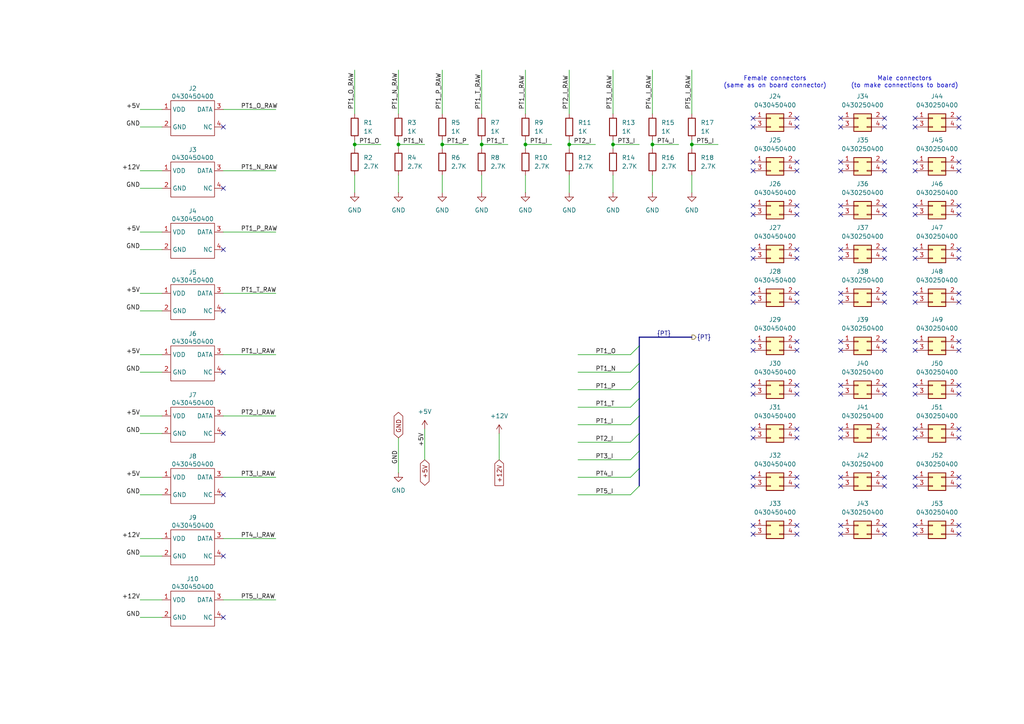
<source format=kicad_sch>
(kicad_sch (version 20231120) (generator "eeschema") (generator_version "8.0")
  (paper "A4")
  (bus_alias "PT" (members "PT1_O" "PT1_N" "PT2_N" "PT1_P" "PT1_T" "PT1_I" "PT2_I" "PT3_I" "PT4_I" "PT5_I"))
  (junction (at 177.8 41.91))
  (junction (at 128.27 41.91))
  (junction (at 115.57 41.91))
  (junction (at 152.4 41.91))
  (junction (at 189.23 41.91))
  (junction (at 102.87 41.91))
  (junction (at 200.66 41.91))
  (junction (at 139.7 41.91))
  (junction (at 165.1 41.91))
  (no_connect (at 231.14 152.4))
  (no_connect (at 256.54 46.99))
  (no_connect (at 243.84 62.23))
  (no_connect (at 265.43 154.94))
  (no_connect (at 218.44 62.23))
  (no_connect (at 218.44 114.3))
  (no_connect (at 243.84 140.97))
  (no_connect (at 278.13 152.4))
  (no_connect (at 265.43 152.4))
  (no_connect (at 256.54 124.46))
  (no_connect (at 243.84 59.69))
  (no_connect (at 218.44 140.97))
  (no_connect (at 231.14 138.43))
  (no_connect (at 231.14 114.3))
  (no_connect (at 218.44 46.99))
  (no_connect (at 231.14 124.46))
  (no_connect (at 218.44 152.4))
  (no_connect (at 265.43 85.09))
  (no_connect (at 218.44 127))
  (no_connect (at 265.43 101.6))
  (no_connect (at 265.43 46.99))
  (no_connect (at 265.43 34.29))
  (no_connect (at 256.54 154.94))
  (no_connect (at 265.43 138.43))
  (no_connect (at 64.77 54.61))
  (no_connect (at 218.44 87.63))
  (no_connect (at 243.84 154.94))
  (no_connect (at 218.44 49.53))
  (no_connect (at 231.14 46.99))
  (no_connect (at 256.54 62.23))
  (no_connect (at 218.44 72.39))
  (no_connect (at 278.13 111.76))
  (no_connect (at 243.84 127))
  (no_connect (at 278.13 85.09))
  (no_connect (at 256.54 127))
  (no_connect (at 231.14 140.97))
  (no_connect (at 231.14 154.94))
  (no_connect (at 265.43 36.83))
  (no_connect (at 243.84 152.4))
  (no_connect (at 64.77 179.07))
  (no_connect (at 231.14 74.93))
  (no_connect (at 265.43 62.23))
  (no_connect (at 278.13 124.46))
  (no_connect (at 231.14 111.76))
  (no_connect (at 256.54 114.3))
  (no_connect (at 265.43 72.39))
  (no_connect (at 231.14 127))
  (no_connect (at 278.13 46.99))
  (no_connect (at 256.54 99.06))
  (no_connect (at 231.14 87.63))
  (no_connect (at 265.43 87.63))
  (no_connect (at 278.13 74.93))
  (no_connect (at 256.54 138.43))
  (no_connect (at 243.84 49.53))
  (no_connect (at 243.84 138.43))
  (no_connect (at 256.54 152.4))
  (no_connect (at 231.14 59.69))
  (no_connect (at 243.84 85.09))
  (no_connect (at 256.54 59.69))
  (no_connect (at 256.54 34.29))
  (no_connect (at 278.13 87.63))
  (no_connect (at 218.44 124.46))
  (no_connect (at 231.14 49.53))
  (no_connect (at 265.43 114.3))
  (no_connect (at 218.44 138.43))
  (no_connect (at 243.84 72.39))
  (no_connect (at 231.14 101.6))
  (no_connect (at 243.84 46.99))
  (no_connect (at 231.14 34.29))
  (no_connect (at 278.13 59.69))
  (no_connect (at 218.44 99.06))
  (no_connect (at 218.44 101.6))
  (no_connect (at 256.54 36.83))
  (no_connect (at 256.54 72.39))
  (no_connect (at 218.44 74.93))
  (no_connect (at 218.44 154.94))
  (no_connect (at 218.44 36.83))
  (no_connect (at 278.13 138.43))
  (no_connect (at 243.84 36.83))
  (no_connect (at 218.44 34.29))
  (no_connect (at 218.44 111.76))
  (no_connect (at 218.44 85.09))
  (no_connect (at 278.13 34.29))
  (no_connect (at 278.13 154.94))
  (no_connect (at 64.77 90.17))
  (no_connect (at 265.43 140.97))
  (no_connect (at 265.43 124.46))
  (no_connect (at 278.13 62.23))
  (no_connect (at 278.13 101.6))
  (no_connect (at 256.54 74.93))
  (no_connect (at 64.77 143.51))
  (no_connect (at 243.84 34.29))
  (no_connect (at 265.43 111.76))
  (no_connect (at 243.84 114.3))
  (no_connect (at 243.84 74.93))
  (no_connect (at 265.43 49.53))
  (no_connect (at 278.13 49.53))
  (no_connect (at 256.54 87.63))
  (no_connect (at 278.13 127))
  (no_connect (at 278.13 72.39))
  (no_connect (at 256.54 49.53))
  (no_connect (at 243.84 101.6))
  (no_connect (at 64.77 36.83))
  (no_connect (at 243.84 111.76))
  (no_connect (at 243.84 124.46))
  (no_connect (at 231.14 99.06))
  (no_connect (at 256.54 85.09))
  (no_connect (at 265.43 74.93))
  (no_connect (at 243.84 99.06))
  (no_connect (at 256.54 111.76))
  (no_connect (at 265.43 59.69))
  (no_connect (at 278.13 114.3))
  (no_connect (at 64.77 161.29))
  (no_connect (at 64.77 107.95))
  (no_connect (at 231.14 72.39))
  (no_connect (at 218.44 59.69))
  (no_connect (at 256.54 140.97))
  (no_connect (at 278.13 36.83))
  (no_connect (at 278.13 140.97))
  (no_connect (at 265.43 127))
  (no_connect (at 64.77 125.73))
  (no_connect (at 265.43 99.06))
  (no_connect (at 231.14 62.23))
  (no_connect (at 64.77 72.39))
  (no_connect (at 231.14 85.09))
  (no_connect (at 231.14 36.83))
  (no_connect (at 243.84 87.63))
  (no_connect (at 256.54 101.6))
  (no_connect (at 278.13 99.06))
  (bus_entry (at 182.88 143.51) (size 2.54 -2.54))
  (bus_entry (at 182.88 118.11) (size 2.54 -2.54))
  (bus_entry (at 182.88 138.43) (size 2.54 -2.54))
  (bus_entry (at 182.88 113.03) (size 2.54 -2.54))
  (bus_entry (at 182.88 128.27) (size 2.54 -2.54))
  (bus_entry (at 182.88 107.95) (size 2.54 -2.54))
  (bus_entry (at 182.88 133.35) (size 2.54 -2.54))
  (bus_entry (at 182.88 123.19) (size 2.54 -2.54))
  (bus_entry (at 182.88 102.87) (size 2.54 -2.54))
  (wire (pts (xy 167.64 102.87) (xy 182.88 102.87)))
  (wire (pts (xy 102.87 41.91) (xy 102.87 43.18)))
  (wire (pts (xy 128.27 20.32) (xy 128.27 33.02)))
  (bus (pts (xy 185.42 110.49) (xy 185.42 115.57)))
  (wire (pts (xy 165.1 40.64) (xy 165.1 41.91)))
  (wire (pts (xy 40.64 125.73) (xy 46.99 125.73)))
  (bus (pts (xy 185.42 97.79) (xy 200.66 97.79)))
  (wire (pts (xy 189.23 41.91) (xy 189.23 43.18)))
  (wire (pts (xy 64.77 156.21) (xy 80.01 156.21)))
  (wire (pts (xy 115.57 20.32) (xy 115.57 33.02)))
  (wire (pts (xy 152.4 40.64) (xy 152.4 41.91)))
  (wire (pts (xy 165.1 41.91) (xy 165.1 43.18)))
  (wire (pts (xy 167.64 133.35) (xy 182.88 133.35)))
  (wire (pts (xy 64.77 173.99) (xy 80.01 173.99)))
  (wire (pts (xy 177.8 40.64) (xy 177.8 41.91)))
  (wire (pts (xy 40.64 107.95) (xy 46.99 107.95)))
  (wire (pts (xy 40.64 143.51) (xy 46.99 143.51)))
  (wire (pts (xy 189.23 50.8) (xy 189.23 55.88)))
  (wire (pts (xy 64.77 31.75) (xy 80.01 31.75)))
  (wire (pts (xy 165.1 20.32) (xy 165.1 33.02)))
  (wire (pts (xy 40.64 54.61) (xy 46.99 54.61)))
  (bus (pts (xy 185.42 120.65) (xy 185.42 125.73)))
  (wire (pts (xy 102.87 20.32) (xy 102.87 33.02)))
  (wire (pts (xy 144.78 125.73) (xy 144.78 133.35)))
  (wire (pts (xy 177.8 20.32) (xy 177.8 33.02)))
  (wire (pts (xy 64.77 138.43) (xy 80.01 138.43)))
  (bus (pts (xy 185.42 135.89) (xy 185.42 130.81)))
  (bus (pts (xy 185.42 100.33) (xy 185.42 97.79)))
  (wire (pts (xy 152.4 50.8) (xy 152.4 55.88)))
  (wire (pts (xy 40.64 31.75) (xy 46.99 31.75)))
  (wire (pts (xy 177.8 41.91) (xy 185.42 41.91)))
  (bus (pts (xy 185.42 125.73) (xy 185.42 130.81)))
  (wire (pts (xy 165.1 41.91) (xy 172.72 41.91)))
  (wire (pts (xy 167.64 143.51) (xy 182.88 143.51)))
  (wire (pts (xy 189.23 20.32) (xy 189.23 33.02)))
  (wire (pts (xy 40.64 90.17) (xy 46.99 90.17)))
  (wire (pts (xy 40.64 173.99) (xy 46.99 173.99)))
  (wire (pts (xy 139.7 41.91) (xy 139.7 43.18)))
  (wire (pts (xy 152.4 41.91) (xy 160.02 41.91)))
  (wire (pts (xy 40.64 102.87) (xy 46.99 102.87)))
  (wire (pts (xy 123.19 133.35) (xy 123.19 124.46)))
  (wire (pts (xy 200.66 41.91) (xy 208.28 41.91)))
  (wire (pts (xy 128.27 41.91) (xy 135.89 41.91)))
  (wire (pts (xy 115.57 50.8) (xy 115.57 55.88)))
  (wire (pts (xy 64.77 102.87) (xy 80.01 102.87)))
  (wire (pts (xy 177.8 50.8) (xy 177.8 55.88)))
  (wire (pts (xy 115.57 127) (xy 115.57 137.16)))
  (wire (pts (xy 139.7 50.8) (xy 139.7 55.88)))
  (bus (pts (xy 185.42 115.57) (xy 185.42 120.65)))
  (wire (pts (xy 64.77 67.31) (xy 80.01 67.31)))
  (bus (pts (xy 185.42 140.97) (xy 185.42 135.89)))
  (wire (pts (xy 64.77 85.09) (xy 80.01 85.09)))
  (wire (pts (xy 167.64 113.03) (xy 182.88 113.03)))
  (bus (pts (xy 185.42 105.41) (xy 185.42 110.49)))
  (wire (pts (xy 40.64 67.31) (xy 46.99 67.31)))
  (wire (pts (xy 128.27 41.91) (xy 128.27 43.18)))
  (wire (pts (xy 40.64 138.43) (xy 46.99 138.43)))
  (wire (pts (xy 200.66 20.32) (xy 200.66 33.02)))
  (wire (pts (xy 152.4 41.91) (xy 152.4 43.18)))
  (wire (pts (xy 128.27 40.64) (xy 128.27 41.91)))
  (wire (pts (xy 40.64 49.53) (xy 46.99 49.53)))
  (wire (pts (xy 177.8 41.91) (xy 177.8 43.18)))
  (wire (pts (xy 167.64 128.27) (xy 182.88 128.27)))
  (wire (pts (xy 139.7 20.32) (xy 139.7 33.02)))
  (wire (pts (xy 40.64 36.83) (xy 46.99 36.83)))
  (wire (pts (xy 167.64 118.11) (xy 182.88 118.11)))
  (wire (pts (xy 152.4 20.32) (xy 152.4 33.02)))
  (wire (pts (xy 115.57 41.91) (xy 115.57 43.18)))
  (wire (pts (xy 64.77 120.65) (xy 80.01 120.65)))
  (wire (pts (xy 139.7 41.91) (xy 147.32 41.91)))
  (wire (pts (xy 165.1 50.8) (xy 165.1 55.88)))
  (wire (pts (xy 40.64 120.65) (xy 46.99 120.65)))
  (wire (pts (xy 40.64 72.39) (xy 46.99 72.39)))
  (wire (pts (xy 167.64 138.43) (xy 182.88 138.43)))
  (wire (pts (xy 167.64 123.19) (xy 182.88 123.19)))
  (wire (pts (xy 139.7 40.64) (xy 139.7 41.91)))
  (wire (pts (xy 200.66 41.91) (xy 200.66 43.18)))
  (wire (pts (xy 40.64 161.29) (xy 46.99 161.29)))
  (wire (pts (xy 189.23 41.91) (xy 196.85 41.91)))
  (wire (pts (xy 115.57 41.91) (xy 123.19 41.91)))
  (wire (pts (xy 189.23 40.64) (xy 189.23 41.91)))
  (wire (pts (xy 64.77 49.53) (xy 80.01 49.53)))
  (wire (pts (xy 200.66 50.8) (xy 200.66 55.88)))
  (wire (pts (xy 40.64 156.21) (xy 46.99 156.21)))
  (wire (pts (xy 102.87 41.91) (xy 110.49 41.91)))
  (wire (pts (xy 40.64 85.09) (xy 46.99 85.09)))
  (wire (pts (xy 102.87 50.8) (xy 102.87 55.88)))
  (wire (pts (xy 200.66 40.64) (xy 200.66 41.91)))
  (bus (pts (xy 185.42 105.41) (xy 185.42 100.33)))
  (wire (pts (xy 167.64 107.95) (xy 182.88 107.95)))
  (wire (pts (xy 102.87 40.64) (xy 102.87 41.91)))
  (wire (pts (xy 115.57 40.64) (xy 115.57 41.91)))
  (wire (pts (xy 128.27 50.8) (xy 128.27 55.88)))
  (wire (pts (xy 40.64 179.07) (xy 46.99 179.07)))
  (text "Male connectors\n(to make connections to board)" (at 262.382 23.876 0) (effects (font (size 1.27 1.27))))
  (text "Female connectors\n(same as on board connector)" (at 224.79 23.876 0) (effects (font (size 1.27 1.27))))
  (label "PT1_I" (at 172.72 123.19 0))
  (label "PT1_I_RAW" (at 152.4 31.75 90))
  (label "+12V" (at 40.64 49.53 180))
  (label "{PT}" (at 190.5 97.79 0))
  (label "PT1_T" (at 140.97 41.91 0))
  (label "PT1_I" (at 153.67 41.91 0))
  (label "GND" (at 40.64 125.73 180))
  (label "PT1_T_RAW" (at 139.7 31.75 90))
  (label "PT1_N_RAW" (at 115.57 31.75 90))
  (label "PT1_P" (at 172.72 113.03 0))
  (label "PT2_I_RAW" (at 69.85 120.65 0))
  (label "+5V" (at 123.19 129.54 90))
  (label "PT4_I_RAW" (at 69.85 156.21 0))
  (label "GND" (at 40.64 90.17 180))
  (label "GND" (at 40.64 54.61 180))
  (label "PT3_I" (at 179.07 41.91 0))
  (label "PT4_I_RAW" (at 189.23 31.75 90))
  (label "PT1_O" (at 104.14 41.91 0))
  (label "+5V" (at 40.64 85.09 180))
  (label "GND" (at 40.64 107.95 180))
  (label "GND" (at 40.64 179.07 180))
  (label "+5V" (at 40.64 138.43 180))
  (label "GND" (at 40.64 36.83 180))
  (label "PT2_I" (at 166.37 41.91 0))
  (label "GND" (at 115.57 134.62 90))
  (label "PT1_T_RAW" (at 69.85 85.09 0))
  (label "PT5_I_RAW" (at 200.66 31.75 90))
  (label "PT1_O_RAW" (at 102.87 31.75 90))
  (label "+5V" (at 40.64 102.87 180))
  (label "+5V" (at 40.64 31.75 180))
  (label "PT2_I" (at 172.72 128.27 0))
  (label "PT2_I_RAW" (at 165.1 31.75 90))
  (label "PT1_N_RAW" (at 69.85 49.53 0))
  (label "PT1_T" (at 172.72 118.11 0))
  (label "PT1_P" (at 129.54 41.91 0))
  (label "PT4_I" (at 172.72 138.43 0))
  (label "+12V" (at 40.64 156.21 180))
  (label "PT5_I_RAW" (at 69.85 173.99 0))
  (label "PT1_P_RAW" (at 128.27 31.75 90))
  (label "PT3_I_RAW" (at 177.8 31.75 90))
  (label "PT1_P_RAW" (at 69.85 67.31 0))
  (label "PT1_O" (at 172.72 102.87 0))
  (label "+5V" (at 40.64 67.31 180))
  (label "GND" (at 40.64 143.51 180))
  (label "+12V" (at 40.64 173.99 180))
  (label "PT1_N" (at 116.84 41.91 0))
  (label "PT3_I_RAW" (at 69.85 138.43 0))
  (label "PT5_I" (at 172.72 143.51 0))
  (label "PT1_I_RAW" (at 69.85 102.87 0))
  (label "PT1_O_RAW" (at 69.85 31.75 0))
  (label "GND" (at 40.64 72.39 180))
  (label "PT1_N" (at 172.72 107.95 0))
  (label "PT5_I" (at 201.93 41.91 0))
  (label "GND" (at 40.64 161.29 180))
  (label "PT4_I" (at 190.5 41.91 0))
  (label "+5V" (at 40.64 120.65 180))
  (label "PT3_I" (at 172.72 133.35 0))
  (global_label "+12V" (shape input) (at 144.78 133.35 270) (property "Intersheetrefs" "${INTERSHEET_REFS}" (effects (hide yes))))
  (global_label "+5V" (shape bidirectional) (at 123.19 133.35 270) (property "Intersheetrefs" "${INTERSHEET_REFS}" (effects (hide yes))))
  (global_label "GND" (shape bidirectional) (at 115.57 127 90) (property "Intersheetrefs" "${INTERSHEET_REFS}" (effects (hide yes))))
  (hierarchical_label "{PT}" (shape output) (at 200.66 97.79 0))
  (symbol (lib_id "Connector_Generic:Conn_02x02_Odd_Even") (at 270.51 152.4 0) (unit 1) (on_board no)
    (property "Reference" "J53" (at 271.78 146.05 0))
    (property "Value" "0430250400" (at 271.78 148.59 0))
    (property "Datasheet" "https://tools.molex.com/pdm_docs/ps/PS-43045.pdf" (effects (hide yes)))
    (property "Description" "4 Rectangular Connectors - Housings Receptacle Black 0.118\" (3.00mm)" (effects (hide yes)))
    (property "Manufacturer" "Molex" (effects (hide yes)))
    (property "Manufacturer Part #" "0430250400" (effects (hide yes)))
    (property "Supplier" "Digikey" (effects (hide yes)))
    (property "Supplier Part #" "WM1784-ND" (effects (hide yes)))
    (property "Unit Cost" "0.39" (effects (hide yes)))
    (property "Cost @ Qty" "0.334" (effects (hide yes)))
  )
  (symbol (lib_id "hb_symbol_lib:pressure_transducer") (at 55.88 52.07 0) (unit 1)
    (property "Reference" "J3" (at 55.88 43.434 0))
    (property "Value" "0430450400" (at 55.88 45.72 0))
    (property "Footprint" "hb_footprint_lib:CONN_SD-43045-001_04_MOL" (effects (hide yes)))
    (property "Datasheet" "https://tools.molex.com/pdm_docs/ps/PS-43045.pdf" (effects (hide yes)))
    (property "Description" "Connector Header Through Hole, Right Angle 4 position 0.118\" (3.00mm)" (effects (hide yes)))
    (property "Manufacturer" "Molex" (effects (hide yes)))
    (property "Manufacturer Part #" "0430450400" (effects (hide yes)))
    (property "Supplier" "Digikey" (effects (hide yes)))
    (property "Supplier Part #" "WM1814-ND" (effects (hide yes)))
    (property "Unit Cost" "1.42" (effects (hide yes)))
    (property "Cost @ Qty" "1.207" (effects (hide yes)))
  )
  (symbol (lib_id "hb_symbol_lib:pressure_transducer") (at 55.88 105.41 0) (unit 1)
    (property "Reference" "J6" (at 55.88 96.774 0))
    (property "Value" "0430450400" (at 55.88 99.06 0))
    (property "Footprint" "hb_footprint_lib:CONN_SD-43045-001_04_MOL" (effects (hide yes)))
    (property "Datasheet" "https://tools.molex.com/pdm_docs/ps/PS-43045.pdf" (effects (hide yes)))
    (property "Description" "Connector Header Through Hole, Right Angle 4 position 0.118\" (3.00mm)" (effects (hide yes)))
    (property "Manufacturer" "Molex" (effects (hide yes)))
    (property "Manufacturer Part #" "0430450400" (effects (hide yes)))
    (property "Supplier" "Digikey" (effects (hide yes)))
    (property "Supplier Part #" "WM1814-ND" (effects (hide yes)))
    (property "Unit Cost" "1.42" (effects (hide yes)))
    (property "Cost @ Qty" "1.207" (effects (hide yes)))
  )
  (symbol (lib_id "Device:R") (at 139.7 46.99 0) (unit 1)
    (property "Reference" "R8" (at 142.24 45.7199 0) (effects (justify left)))
    (property "Value" "2.7K" (at 142.24 48.2599 0) (effects (justify left)))
    (property "Footprint" "Resistor_SMD:R_0805_2012Metric_Pad1.20x1.40mm_HandSolder" (effects (hide yes)))
    (property "Datasheet" "https://industrial.panasonic.com/cdbs/www-data/pdf/RDM0000/AOA0000C307.pdf" (effects (hide yes)))
    (property "Description" "2.7 kOhms ±5% 0.125W, 1/8W Chip Resistor 0805 (2012 Metric) Automotive AEC-Q200 Thick Film" (effects (hide yes)))
    (property "Manufacturer" "Panasonic Electronic Components" (effects (hide yes)))
    (property "Manufacturer Part #" "ERJ-6GEYJ272V" (effects (hide yes)))
    (property "Supplier" "Digikey" (effects (hide yes)))
    (property "Supplier Part #" "P2.7KACT-ND" (effects (hide yes)))
    (property "Unit Cost" "0.10" (effects (hide yes)))
    (property "Cost @ Qty" "0.042" (effects (hide yes)))
  )
  (symbol (lib_id "Connector_Generic:Conn_02x02_Odd_Even") (at 248.92 99.06 0) (unit 1) (on_board no)
    (property "Reference" "J39" (at 250.19 92.71 0))
    (property "Value" "0430250400" (at 250.19 95.25 0))
    (property "Datasheet" "https://tools.molex.com/pdm_docs/ps/PS-43045.pdf" (effects (hide yes)))
    (property "Description" "4 Rectangular Connectors - Housings Receptacle Black 0.118\" (3.00mm)" (effects (hide yes)))
    (property "Manufacturer" "Molex" (effects (hide yes)))
    (property "Manufacturer Part #" "0430250400" (effects (hide yes)))
    (property "Supplier" "Digikey" (effects (hide yes)))
    (property "Supplier Part #" "WM1784-ND" (effects (hide yes)))
    (property "Unit Cost" "0.39" (effects (hide yes)))
    (property "Cost @ Qty" "0.334" (effects (hide yes)))
  )
  (symbol (lib_id "Connector_Generic:Conn_02x02_Odd_Even") (at 248.92 124.46 0) (unit 1) (on_board no)
    (property "Reference" "J41" (at 250.19 118.11 0))
    (property "Value" "0430250400" (at 250.19 120.65 0))
    (property "Datasheet" "https://tools.molex.com/pdm_docs/ps/PS-43045.pdf" (effects (hide yes)))
    (property "Description" "4 Rectangular Connectors - Housings Receptacle Black 0.118\" (3.00mm)" (effects (hide yes)))
    (property "Manufacturer" "Molex" (effects (hide yes)))
    (property "Manufacturer Part #" "0430250400" (effects (hide yes)))
    (property "Supplier" "Digikey" (effects (hide yes)))
    (property "Supplier Part #" "WM1784-ND" (effects (hide yes)))
    (property "Unit Cost" "0.39" (effects (hide yes)))
    (property "Cost @ Qty" "0.334" (effects (hide yes)))
  )
  (symbol (lib_id "hb_symbol_lib:pressure_transducer") (at 55.88 34.29 0) (unit 1)
    (property "Reference" "J2" (at 55.88 25.654 0))
    (property "Value" "0430450400" (at 55.88 27.94 0))
    (property "Footprint" "hb_footprint_lib:CONN_SD-43045-001_04_MOL" (effects (hide yes)))
    (property "Datasheet" "https://tools.molex.com/pdm_docs/ps/PS-43045.pdf" (effects (hide yes)))
    (property "Description" "Connector Header Through Hole, Right Angle 4 position 0.118\" (3.00mm)" (effects (hide yes)))
    (property "Manufacturer" "Molex" (effects (hide yes)))
    (property "Manufacturer Part #" "0430450400" (effects (hide yes)))
    (property "Supplier" "Digikey" (effects (hide yes)))
    (property "Supplier Part #" "WM1814-ND" (effects (hide yes)))
    (property "Unit Cost" "1.42" (effects (hide yes)))
    (property "Cost @ Qty" "1.207" (effects (hide yes)))
  )
  (symbol (lib_id "Connector_Generic:Conn_02x02_Odd_Even") (at 223.52 138.43 0) (unit 1) (on_board no)
    (property "Reference" "J32" (at 224.79 132.08 0))
    (property "Value" "0430450400" (at 224.79 134.62 0))
    (property "Datasheet" "https://tools.molex.com/pdm_docs/ps/PS-43045.pdf" (effects (hide yes)))
    (property "Description" "Connector Header Through Hole, Right Angle 4 position 0.118\" (3.00mm)" (effects (hide yes)))
    (property "Manufacturer" "Molex" (effects (hide yes)))
    (property "Manufacturer Part #" "0430450400" (effects (hide yes)))
    (property "Supplier" "Digikey" (effects (hide yes)))
    (property "Supplier Part #" "WM1814-ND" (effects (hide yes)))
    (property "Unit Cost" "1.42" (effects (hide yes)))
    (property "Cost @ Qty" "1.207" (effects (hide yes)))
  )
  (symbol (lib_id "Connector_Generic:Conn_02x02_Odd_Even") (at 270.51 59.69 0) (unit 1) (on_board no)
    (property "Reference" "J46" (at 271.78 53.34 0))
    (property "Value" "0430250400" (at 271.78 55.88 0))
    (property "Datasheet" "https://tools.molex.com/pdm_docs/ps/PS-43045.pdf" (effects (hide yes)))
    (property "Description" "4 Rectangular Connectors - Housings Receptacle Black 0.118\" (3.00mm)" (effects (hide yes)))
    (property "Manufacturer" "Molex" (effects (hide yes)))
    (property "Manufacturer Part #" "0430250400" (effects (hide yes)))
    (property "Supplier" "Digikey" (effects (hide yes)))
    (property "Supplier Part #" "WM1784-ND" (effects (hide yes)))
    (property "Unit Cost" "0.39" (effects (hide yes)))
    (property "Cost @ Qty" "0.334" (effects (hide yes)))
  )
  (symbol (lib_id "Connector_Generic:Conn_02x02_Odd_Even") (at 248.92 59.69 0) (unit 1) (on_board no)
    (property "Reference" "J36" (at 250.19 53.34 0))
    (property "Value" "0430250400" (at 250.19 55.88 0))
    (property "Datasheet" "https://tools.molex.com/pdm_docs/ps/PS-43045.pdf" (effects (hide yes)))
    (property "Description" "4 Rectangular Connectors - Housings Receptacle Black 0.118\" (3.00mm)" (effects (hide yes)))
    (property "Manufacturer" "Molex" (effects (hide yes)))
    (property "Manufacturer Part #" "0430250400" (effects (hide yes)))
    (property "Supplier" "Digikey" (effects (hide yes)))
    (property "Supplier Part #" "WM1784-ND" (effects (hide yes)))
    (property "Unit Cost" "0.39" (effects (hide yes)))
    (property "Cost @ Qty" "0.334" (effects (hide yes)))
  )
  (symbol (lib_id "Device:R") (at 177.8 36.83 0) (unit 1)
    (property "Reference" "R13" (at 180.34 35.5599 0) (effects (justify left)))
    (property "Value" "1K" (at 180.34 38.0999 0) (effects (justify left)))
    (property "Footprint" "Resistor_SMD:R_0805_2012Metric_Pad1.20x1.40mm_HandSolder" (effects (hide yes)))
    (property "Datasheet" "https://industrial.panasonic.com/cdbs/www-data/pdf/RDM0000/AOA0000C307.pdf" (effects (hide yes)))
    (property "Description" "1 kOhms ±0.1% 0.125W, 1/8W Chip Resistor 0805 (2012 Metric) Automotive AEC-Q200 Thin Film" (effects (hide yes)))
    (property "Manufacturer" "Panasonic Electronic Components" (effects (hide yes)))
    (property "Manufacturer Part #" "ERA-6AEB102V" (effects (hide yes)))
    (property "Supplier" "Digikey" (effects (hide yes)))
    (property "Supplier Part #" "P1.0KDACT-ND" (effects (hide yes)))
    (property "Unit Cost" "0.10" (effects (hide yes)))
    (property "Cost @ Qty" "0.066" (effects (hide yes)))
  )
  (symbol (lib_id "hb_symbol_lib:pressure_transducer") (at 55.88 123.19 0) (unit 1)
    (property "Reference" "J7" (at 55.88 114.554 0))
    (property "Value" "0430450400" (at 55.88 116.84 0))
    (property "Footprint" "hb_footprint_lib:CONN_SD-43045-001_04_MOL" (effects (hide yes)))
    (property "Datasheet" "https://tools.molex.com/pdm_docs/ps/PS-43045.pdf" (effects (hide yes)))
    (property "Description" "Connector Header Through Hole, Right Angle 4 position 0.118\" (3.00mm)" (effects (hide yes)))
    (property "Manufacturer" "Molex" (effects (hide yes)))
    (property "Manufacturer Part #" "0430450400" (effects (hide yes)))
    (property "Supplier" "Digikey" (effects (hide yes)))
    (property "Supplier Part #" "WM1814-ND" (effects (hide yes)))
    (property "Unit Cost" "1.42" (effects (hide yes)))
    (property "Cost @ Qty" "1.207" (effects (hide yes)))
  )
  (symbol (lib_id "hb_symbol_lib:pressure_transducer") (at 55.88 158.75 0) (unit 1)
    (property "Reference" "J9" (at 55.88 150.114 0))
    (property "Value" "0430450400" (at 55.88 152.4 0))
    (property "Footprint" "hb_footprint_lib:CONN_SD-43045-001_04_MOL" (effects (hide yes)))
    (property "Datasheet" "https://tools.molex.com/pdm_docs/ps/PS-43045.pdf" (effects (hide yes)))
    (property "Description" "Connector Header Through Hole, Right Angle 4 position 0.118\" (3.00mm)" (effects (hide yes)))
    (property "Manufacturer" "Molex" (effects (hide yes)))
    (property "Manufacturer Part #" "0430450400" (effects (hide yes)))
    (property "Supplier" "Digikey" (effects (hide yes)))
    (property "Supplier Part #" "WM1814-ND" (effects (hide yes)))
    (property "Unit Cost" "1.42" (effects (hide yes)))
    (property "Cost @ Qty" "1.207" (effects (hide yes)))
  )
  (symbol (lib_id "Connector_Generic:Conn_02x02_Odd_Even") (at 270.51 46.99 0) (unit 1) (on_board no)
    (property "Reference" "J45" (at 271.78 40.64 0))
    (property "Value" "0430250400" (at 271.78 43.18 0))
    (property "Datasheet" "https://tools.molex.com/pdm_docs/ps/PS-43045.pdf" (effects (hide yes)))
    (property "Description" "4 Rectangular Connectors - Housings Receptacle Black 0.118\" (3.00mm)" (effects (hide yes)))
    (property "Manufacturer" "Molex" (effects (hide yes)))
    (property "Manufacturer Part #" "0430250400" (effects (hide yes)))
    (property "Supplier" "Digikey" (effects (hide yes)))
    (property "Supplier Part #" "WM1784-ND" (effects (hide yes)))
    (property "Unit Cost" "0.39" (effects (hide yes)))
    (property "Cost @ Qty" "0.334" (effects (hide yes)))
  )
  (symbol (lib_id "Connector_Generic:Conn_02x02_Odd_Even") (at 223.52 111.76 0) (unit 1) (on_board no)
    (property "Reference" "J30" (at 224.79 105.41 0))
    (property "Value" "0430450400" (at 224.79 107.95 0))
    (property "Datasheet" "https://tools.molex.com/pdm_docs/ps/PS-43045.pdf" (effects (hide yes)))
    (property "Description" "Connector Header Through Hole, Right Angle 4 position 0.118\" (3.00mm)" (effects (hide yes)))
    (property "Manufacturer" "Molex" (effects (hide yes)))
    (property "Manufacturer Part #" "0430450400" (effects (hide yes)))
    (property "Supplier" "Digikey" (effects (hide yes)))
    (property "Supplier Part #" "WM1814-ND" (effects (hide yes)))
    (property "Unit Cost" "1.42" (effects (hide yes)))
    (property "Cost @ Qty" "1.207" (effects (hide yes)))
  )
  (symbol (lib_id "Connector_Generic:Conn_02x02_Odd_Even") (at 223.52 99.06 0) (unit 1) (on_board no)
    (property "Reference" "J29" (at 224.79 92.71 0))
    (property "Value" "0430450400" (at 224.79 95.25 0))
    (property "Datasheet" "https://tools.molex.com/pdm_docs/ps/PS-43045.pdf" (effects (hide yes)))
    (property "Description" "Connector Header Through Hole, Right Angle 4 position 0.118\" (3.00mm)" (effects (hide yes)))
    (property "Manufacturer" "Molex" (effects (hide yes)))
    (property "Manufacturer Part #" "0430450400" (effects (hide yes)))
    (property "Supplier" "Digikey" (effects (hide yes)))
    (property "Supplier Part #" "WM1814-ND" (effects (hide yes)))
    (property "Unit Cost" "1.42" (effects (hide yes)))
    (property "Cost @ Qty" "1.207" (effects (hide yes)))
  )
  (symbol (lib_id "power:GND") (at 189.23 55.88 0) (unit 1)
    (property "Reference" "#PWR027" (effects (hide yes)))
    (property "Value" "GND" (at 189.23 60.96 0))
    (property "Description" "Power symbol creates a global label with name \"GND\" , ground" (effects (hide yes)))
  )
  (symbol (lib_id "power:GND") (at 165.1 55.88 0) (unit 1)
    (property "Reference" "#PWR025" (effects (hide yes)))
    (property "Value" "GND" (at 165.1 60.96 0))
    (property "Description" "Power symbol creates a global label with name \"GND\" , ground" (effects (hide yes)))
  )
  (symbol (lib_id "Connector_Generic:Conn_02x02_Odd_Even") (at 270.51 99.06 0) (unit 1) (on_board no)
    (property "Reference" "J49" (at 271.78 92.71 0))
    (property "Value" "0430250400" (at 271.78 95.25 0))
    (property "Datasheet" "https://tools.molex.com/pdm_docs/ps/PS-43045.pdf" (effects (hide yes)))
    (property "Description" "4 Rectangular Connectors - Housings Receptacle Black 0.118\" (3.00mm)" (effects (hide yes)))
    (property "Manufacturer" "Molex" (effects (hide yes)))
    (property "Manufacturer Part #" "0430250400" (effects (hide yes)))
    (property "Supplier" "Digikey" (effects (hide yes)))
    (property "Supplier Part #" "WM1784-ND" (effects (hide yes)))
    (property "Unit Cost" "0.39" (effects (hide yes)))
    (property "Cost @ Qty" "0.334" (effects (hide yes)))
  )
  (symbol (lib_id "Connector_Generic:Conn_02x02_Odd_Even") (at 223.52 34.29 0) (unit 1) (on_board no)
    (property "Reference" "J24" (at 224.79 27.94 0))
    (property "Value" "0430450400" (at 224.79 30.48 0))
    (property "Datasheet" "https://tools.molex.com/pdm_docs/ps/PS-43045.pdf" (effects (hide yes)))
    (property "Description" "Connector Header Through Hole, Right Angle 4 position 0.118\" (3.00mm)" (effects (hide yes)))
    (property "Manufacturer" "Molex" (effects (hide yes)))
    (property "Manufacturer Part #" "0430450400" (effects (hide yes)))
    (property "Supplier" "Digikey" (effects (hide yes)))
    (property "Supplier Part #" "WM1814-ND" (effects (hide yes)))
    (property "Unit Cost" "1.42" (effects (hide yes)))
    (property "Cost @ Qty" "1.207" (effects (hide yes)))
  )
  (symbol (lib_id "Connector_Generic:Conn_02x02_Odd_Even") (at 223.52 152.4 0) (unit 1) (on_board no)
    (property "Reference" "J33" (at 224.79 146.05 0))
    (property "Value" "0430450400" (at 224.79 148.59 0))
    (property "Datasheet" "https://tools.molex.com/pdm_docs/ps/PS-43045.pdf" (effects (hide yes)))
    (property "Description" "Connector Header Through Hole, Right Angle 4 position 0.118\" (3.00mm)" (effects (hide yes)))
    (property "Manufacturer" "Molex" (effects (hide yes)))
    (property "Manufacturer Part #" "0430450400" (effects (hide yes)))
    (property "Supplier" "Digikey" (effects (hide yes)))
    (property "Supplier Part #" "WM1814-ND" (effects (hide yes)))
    (property "Unit Cost" "1.42" (effects (hide yes)))
    (property "Cost @ Qty" "1.207" (effects (hide yes)))
  )
  (symbol (lib_id "Device:R") (at 165.1 46.99 0) (unit 1)
    (property "Reference" "R12" (at 167.64 45.7199 0) (effects (justify left)))
    (property "Value" "2.7K" (at 167.64 48.2599 0) (effects (justify left)))
    (property "Footprint" "Resistor_SMD:R_0805_2012Metric_Pad1.20x1.40mm_HandSolder" (effects (hide yes)))
    (property "Datasheet" "https://industrial.panasonic.com/cdbs/www-data/pdf/RDM0000/AOA0000C307.pdf" (effects (hide yes)))
    (property "Description" "2.7 kOhms ±5% 0.125W, 1/8W Chip Resistor 0805 (2012 Metric) Automotive AEC-Q200 Thick Film" (effects (hide yes)))
    (property "Manufacturer" "Panasonic Electronic Components" (effects (hide yes)))
    (property "Manufacturer Part #" "ERJ-6GEYJ272V" (effects (hide yes)))
    (property "Supplier" "Digikey" (effects (hide yes)))
    (property "Supplier Part #" "P2.7KACT-ND" (effects (hide yes)))
    (property "Unit Cost" "0.10" (effects (hide yes)))
    (property "Cost @ Qty" "0.042" (effects (hide yes)))
  )
  (symbol (lib_id "Connector_Generic:Conn_02x02_Odd_Even") (at 248.92 138.43 0) (unit 1) (on_board no)
    (property "Reference" "J42" (at 250.19 132.08 0))
    (property "Value" "0430250400" (at 250.19 134.62 0))
    (property "Datasheet" "https://tools.molex.com/pdm_docs/ps/PS-43045.pdf" (effects (hide yes)))
    (property "Description" "4 Rectangular Connectors - Housings Receptacle Black 0.118\" (3.00mm)" (effects (hide yes)))
    (property "Manufacturer" "Molex" (effects (hide yes)))
    (property "Manufacturer Part #" "0430250400" (effects (hide yes)))
    (property "Supplier" "Digikey" (effects (hide yes)))
    (property "Supplier Part #" "WM1784-ND" (effects (hide yes)))
    (property "Unit Cost" "0.39" (effects (hide yes)))
    (property "Cost @ Qty" "0.334" (effects (hide yes)))
  )
  (symbol (lib_id "power:GND") (at 152.4 55.88 0) (unit 1)
    (property "Reference" "#PWR024" (effects (hide yes)))
    (property "Value" "GND" (at 152.4 60.96 0))
    (property "Description" "Power symbol creates a global label with name \"GND\" , ground" (effects (hide yes)))
  )
  (symbol (lib_id "Connector_Generic:Conn_02x02_Odd_Even") (at 248.92 72.39 0) (unit 1) (on_board no)
    (property "Reference" "J37" (at 250.19 66.04 0))
    (property "Value" "0430250400" (at 250.19 68.58 0))
    (property "Datasheet" "https://tools.molex.com/pdm_docs/ps/PS-43045.pdf" (effects (hide yes)))
    (property "Description" "4 Rectangular Connectors - Housings Receptacle Black 0.118\" (3.00mm)" (effects (hide yes)))
    (property "Manufacturer" "Molex" (effects (hide yes)))
    (property "Manufacturer Part #" "0430250400" (effects (hide yes)))
    (property "Supplier" "Digikey" (effects (hide yes)))
    (property "Supplier Part #" "WM1784-ND" (effects (hide yes)))
    (property "Unit Cost" "0.39" (effects (hide yes)))
    (property "Cost @ Qty" "0.334" (effects (hide yes)))
  )
  (symbol (lib_id "hb_symbol_lib:pressure_transducer") (at 55.88 140.97 0) (unit 1)
    (property "Reference" "J8" (at 55.88 132.334 0))
    (property "Value" "0430450400" (at 55.88 134.62 0))
    (property "Footprint" "hb_footprint_lib:CONN_SD-43045-001_04_MOL" (effects (hide yes)))
    (property "Datasheet" "https://tools.molex.com/pdm_docs/ps/PS-43045.pdf" (effects (hide yes)))
    (property "Description" "Connector Header Through Hole, Right Angle 4 position 0.118\" (3.00mm)" (effects (hide yes)))
    (property "Manufacturer" "Molex" (effects (hide yes)))
    (property "Manufacturer Part #" "0430450400" (effects (hide yes)))
    (property "Supplier" "Digikey" (effects (hide yes)))
    (property "Supplier Part #" "WM1814-ND" (effects (hide yes)))
    (property "Unit Cost" "1.42" (effects (hide yes)))
    (property "Cost @ Qty" "1.207" (effects (hide yes)))
  )
  (symbol (lib_id "Connector_Generic:Conn_02x02_Odd_Even") (at 248.92 152.4 0) (unit 1) (on_board no)
    (property "Reference" "J43" (at 250.19 146.05 0))
    (property "Value" "0430250400" (at 250.19 148.59 0))
    (property "Datasheet" "https://tools.molex.com/pdm_docs/ps/PS-43045.pdf" (effects (hide yes)))
    (property "Description" "4 Rectangular Connectors - Housings Receptacle Black 0.118\" (3.00mm)" (effects (hide yes)))
    (property "Manufacturer" "Molex" (effects (hide yes)))
    (property "Manufacturer Part #" "0430250400" (effects (hide yes)))
    (property "Supplier" "Digikey" (effects (hide yes)))
    (property "Supplier Part #" "WM1784-ND" (effects (hide yes)))
    (property "Unit Cost" "0.39" (effects (hide yes)))
    (property "Cost @ Qty" "0.334" (effects (hide yes)))
  )
  (symbol (lib_id "hb_symbol_lib:pressure_transducer") (at 55.88 69.85 0) (unit 1)
    (property "Reference" "J4" (at 55.88 61.214 0))
    (property "Value" "0430450400" (at 55.88 63.5 0))
    (property "Footprint" "hb_footprint_lib:CONN_SD-43045-001_04_MOL" (effects (hide yes)))
    (property "Datasheet" "https://tools.molex.com/pdm_docs/ps/PS-43045.pdf" (effects (hide yes)))
    (property "Description" "Connector Header Through Hole, Right Angle 4 position 0.118\" (3.00mm)" (effects (hide yes)))
    (property "Manufacturer" "Molex" (effects (hide yes)))
    (property "Manufacturer Part #" "0430450400" (effects (hide yes)))
    (property "Supplier" "Digikey" (effects (hide yes)))
    (property "Supplier Part #" "WM1814-ND" (effects (hide yes)))
    (property "Unit Cost" "1.42" (effects (hide yes)))
    (property "Cost @ Qty" "1.207" (effects (hide yes)))
  )
  (symbol (lib_id "Connector_Generic:Conn_02x02_Odd_Even") (at 223.52 46.99 0) (unit 1) (on_board no)
    (property "Reference" "J25" (at 224.79 40.64 0))
    (property "Value" "0430450400" (at 224.79 43.18 0))
    (property "Datasheet" "https://tools.molex.com/pdm_docs/ps/PS-43045.pdf" (effects (hide yes)))
    (property "Description" "Connector Header Through Hole, Right Angle 4 position 0.118\" (3.00mm)" (effects (hide yes)))
    (property "Manufacturer" "Molex" (effects (hide yes)))
    (property "Manufacturer Part #" "0430450400" (effects (hide yes)))
    (property "Supplier" "Digikey" (effects (hide yes)))
    (property "Supplier Part #" "WM1814-ND" (effects (hide yes)))
    (property "Unit Cost" "1.42" (effects (hide yes)))
    (property "Cost @ Qty" "1.207" (effects (hide yes)))
  )
  (symbol (lib_id "Connector_Generic:Conn_02x02_Odd_Even") (at 248.92 85.09 0) (unit 1) (on_board no)
    (property "Reference" "J38" (at 250.19 78.74 0))
    (property "Value" "0430250400" (at 250.19 81.28 0))
    (property "Datasheet" "https://tools.molex.com/pdm_docs/ps/PS-43045.pdf" (effects (hide yes)))
    (property "Description" "4 Rectangular Connectors - Housings Receptacle Black 0.118\" (3.00mm)" (effects (hide yes)))
    (property "Manufacturer" "Molex" (effects (hide yes)))
    (property "Manufacturer Part #" "0430250400" (effects (hide yes)))
    (property "Supplier" "Digikey" (effects (hide yes)))
    (property "Supplier Part #" "WM1784-ND" (effects (hide yes)))
    (property "Unit Cost" "0.39" (effects (hide yes)))
    (property "Cost @ Qty" "0.334" (effects (hide yes)))
  )
  (symbol (lib_id "Connector_Generic:Conn_02x02_Odd_Even") (at 270.51 124.46 0) (unit 1) (on_board no)
    (property "Reference" "J51" (at 271.78 118.11 0))
    (property "Value" "0430250400" (at 271.78 120.65 0))
    (property "Datasheet" "https://tools.molex.com/pdm_docs/ps/PS-43045.pdf" (effects (hide yes)))
    (property "Description" "4 Rectangular Connectors - Housings Receptacle Black 0.118\" (3.00mm)" (effects (hide yes)))
    (property "Manufacturer" "Molex" (effects (hide yes)))
    (property "Manufacturer Part #" "0430250400" (effects (hide yes)))
    (property "Supplier" "Digikey" (effects (hide yes)))
    (property "Supplier Part #" "WM1784-ND" (effects (hide yes)))
    (property "Unit Cost" "0.39" (effects (hide yes)))
    (property "Cost @ Qty" "0.334" (effects (hide yes)))
  )
  (symbol (lib_id "Device:R") (at 102.87 46.99 0) (unit 1)
    (property "Reference" "R2" (at 105.41 45.7199 0) (effects (justify left)))
    (property "Value" "2.7K" (at 105.41 48.2599 0) (effects (justify left)))
    (property "Footprint" "Resistor_SMD:R_0805_2012Metric_Pad1.20x1.40mm_HandSolder" (effects (hide yes)))
    (property "Datasheet" "https://industrial.panasonic.com/cdbs/www-data/pdf/RDM0000/AOA0000C307.pdf" (effects (hide yes)))
    (property "Description" "2.7 kOhms ±5% 0.125W, 1/8W Chip Resistor 0805 (2012 Metric) Automotive AEC-Q200 Thick Film" (effects (hide yes)))
    (property "Manufacturer" "Panasonic Electronic Components" (effects (hide yes)))
    (property "Manufacturer Part #" "ERJ-6GEYJ272V" (effects (hide yes)))
    (property "Supplier" "Digikey" (effects (hide yes)))
    (property "Supplier Part #" "P2.7KACT-ND" (effects (hide yes)))
    (property "Unit Cost" "0.10" (effects (hide yes)))
    (property "Cost @ Qty" "0.042" (effects (hide yes)))
  )
  (symbol (lib_id "Device:R") (at 200.66 36.83 0) (unit 1)
    (property "Reference" "R17" (at 203.2 35.5599 0) (effects (justify left)))
    (property "Value" "1K" (at 203.2 38.0999 0) (effects (justify left)))
    (property "Footprint" "Resistor_SMD:R_0805_2012Metric_Pad1.20x1.40mm_HandSolder" (effects (hide yes)))
    (property "Datasheet" "https://industrial.panasonic.com/cdbs/www-data/pdf/RDM0000/AOA0000C307.pdf" (effects (hide yes)))
    (property "Description" "1 kOhms ±0.1% 0.125W, 1/8W Chip Resistor 0805 (2012 Metric) Automotive AEC-Q200 Thin Film" (effects (hide yes)))
    (property "Manufacturer" "Panasonic Electronic Components" (effects (hide yes)))
    (property "Manufacturer Part #" "ERA-6AEB102V" (effects (hide yes)))
    (property "Supplier" "Digikey" (effects (hide yes)))
    (property "Supplier Part #" "P1.0KDACT-ND" (effects (hide yes)))
    (property "Unit Cost" "0.10" (effects (hide yes)))
    (property "Cost @ Qty" "0.066" (effects (hide yes)))
  )
  (symbol (lib_id "Device:R") (at 115.57 36.83 0) (unit 1)
    (property "Reference" "R3" (at 118.11 35.5599 0) (effects (justify left)))
    (property "Value" "1K" (at 118.11 38.0999 0) (effects (justify left)))
    (property "Footprint" "Resistor_SMD:R_0805_2012Metric_Pad1.20x1.40mm_HandSolder" (effects (hide yes)))
    (property "Datasheet" "https://industrial.panasonic.com/cdbs/www-data/pdf/RDM0000/AOA0000C307.pdf" (effects (hide yes)))
    (property "Description" "1 kOhms ±0.1% 0.125W, 1/8W Chip Resistor 0805 (2012 Metric) Automotive AEC-Q200 Thin Film" (effects (hide yes)))
    (property "Manufacturer" "Panasonic Electronic Components" (effects (hide yes)))
    (property "Manufacturer Part #" "ERA-6AEB102V" (effects (hide yes)))
    (property "Supplier" "Digikey" (effects (hide yes)))
    (property "Supplier Part #" "P1.0KDACT-ND" (effects (hide yes)))
    (property "Unit Cost" "0.10" (effects (hide yes)))
    (property "Cost @ Qty" "0.066" (effects (hide yes)))
  )
  (symbol (lib_id "Device:R") (at 165.1 36.83 0) (unit 1)
    (property "Reference" "R11" (at 167.64 35.5599 0) (effects (justify left)))
    (property "Value" "1K" (at 167.64 38.0999 0) (effects (justify left)))
    (property "Footprint" "Resistor_SMD:R_0805_2012Metric_Pad1.20x1.40mm_HandSolder" (effects (hide yes)))
    (property "Datasheet" "https://industrial.panasonic.com/cdbs/www-data/pdf/RDM0000/AOA0000C307.pdf" (effects (hide yes)))
    (property "Description" "1 kOhms ±0.1% 0.125W, 1/8W Chip Resistor 0805 (2012 Metric) Automotive AEC-Q200 Thin Film" (effects (hide yes)))
    (property "Manufacturer" "Panasonic Electronic Components" (effects (hide yes)))
    (property "Manufacturer Part #" "ERA-6AEB102V" (effects (hide yes)))
    (property "Supplier" "Digikey" (effects (hide yes)))
    (property "Supplier Part #" "P1.0KDACT-ND" (effects (hide yes)))
    (property "Unit Cost" "0.10" (effects (hide yes)))
    (property "Cost @ Qty" "0.066" (effects (hide yes)))
  )
  (symbol (lib_id "Device:R") (at 115.57 46.99 0) (unit 1)
    (property "Reference" "R4" (at 118.11 45.7199 0) (effects (justify left)))
    (property "Value" "2.7K" (at 118.11 48.2599 0) (effects (justify left)))
    (property "Footprint" "Resistor_SMD:R_0805_2012Metric_Pad1.20x1.40mm_HandSolder" (effects (hide yes)))
    (property "Datasheet" "https://industrial.panasonic.com/cdbs/www-data/pdf/RDM0000/AOA0000C307.pdf" (effects (hide yes)))
    (property "Description" "2.7 kOhms ±5% 0.125W, 1/8W Chip Resistor 0805 (2012 Metric) Automotive AEC-Q200 Thick Film" (effects (hide yes)))
    (property "Manufacturer" "Panasonic Electronic Components" (effects (hide yes)))
    (property "Manufacturer Part #" "ERJ-6GEYJ272V" (effects (hide yes)))
    (property "Supplier" "Digikey" (effects (hide yes)))
    (property "Supplier Part #" "P2.7KACT-ND" (effects (hide yes)))
    (property "Unit Cost" "0.10" (effects (hide yes)))
    (property "Cost @ Qty" "0.042" (effects (hide yes)))
  )
  (symbol (lib_id "Connector_Generic:Conn_02x02_Odd_Even") (at 223.52 124.46 0) (unit 1) (on_board no)
    (property "Reference" "J31" (at 224.79 118.11 0))
    (property "Value" "0430450400" (at 224.79 120.65 0))
    (property "Datasheet" "https://tools.molex.com/pdm_docs/ps/PS-43045.pdf" (effects (hide yes)))
    (property "Description" "Connector Header Through Hole, Right Angle 4 position 0.118\" (3.00mm)" (effects (hide yes)))
    (property "Manufacturer" "Molex" (effects (hide yes)))
    (property "Manufacturer Part #" "0430450400" (effects (hide yes)))
    (property "Supplier" "Digikey" (effects (hide yes)))
    (property "Supplier Part #" "WM1814-ND" (effects (hide yes)))
    (property "Unit Cost" "1.42" (effects (hide yes)))
    (property "Cost @ Qty" "1.207" (effects (hide yes)))
  )
  (symbol (lib_id "Device:R") (at 152.4 46.99 0) (unit 1)
    (property "Reference" "R10" (at 154.94 45.7199 0) (effects (justify left)))
    (property "Value" "2.7K" (at 154.94 48.2599 0) (effects (justify left)))
    (property "Footprint" "Resistor_SMD:R_0805_2012Metric_Pad1.20x1.40mm_HandSolder" (effects (hide yes)))
    (property "Datasheet" "https://industrial.panasonic.com/cdbs/www-data/pdf/RDM0000/AOA0000C307.pdf" (effects (hide yes)))
    (property "Description" "2.7 kOhms ±5% 0.125W, 1/8W Chip Resistor 0805 (2012 Metric) Automotive AEC-Q200 Thick Film" (effects (hide yes)))
    (property "Manufacturer" "Panasonic Electronic Components" (effects (hide yes)))
    (property "Manufacturer Part #" "ERJ-6GEYJ272V" (effects (hide yes)))
    (property "Supplier" "Digikey" (effects (hide yes)))
    (property "Supplier Part #" "P2.7KACT-ND" (effects (hide yes)))
    (property "Unit Cost" "0.10" (effects (hide yes)))
    (property "Cost @ Qty" "0.042" (effects (hide yes)))
  )
  (symbol (lib_id "hb_symbol_lib:pressure_transducer") (at 55.88 176.53 0) (unit 1)
    (property "Reference" "J10" (at 55.88 167.894 0))
    (property "Value" "0430450400" (at 55.88 170.18 0))
    (property "Footprint" "hb_footprint_lib:CONN_SD-43045-001_04_MOL" (effects (hide yes)))
    (property "Datasheet" "https://tools.molex.com/pdm_docs/ps/PS-43045.pdf" (effects (hide yes)))
    (property "Description" "Connector Header Through Hole, Right Angle 4 position 0.118\" (3.00mm)" (effects (hide yes)))
    (property "Manufacturer" "Molex" (effects (hide yes)))
    (property "Manufacturer Part #" "0430450400" (effects (hide yes)))
    (property "Supplier" "Digikey" (effects (hide yes)))
    (property "Supplier Part #" "WM1814-ND" (effects (hide yes)))
    (property "Unit Cost" "1.42" (effects (hide yes)))
    (property "Cost @ Qty" "1.207" (effects (hide yes)))
  )
  (symbol (lib_id "Device:R") (at 128.27 46.99 0) (unit 1)
    (property "Reference" "R6" (at 130.81 45.7199 0) (effects (justify left)))
    (property "Value" "2.7K" (at 130.81 48.2599 0) (effects (justify left)))
    (property "Footprint" "Resistor_SMD:R_0805_2012Metric_Pad1.20x1.40mm_HandSolder" (effects (hide yes)))
    (property "Datasheet" "https://industrial.panasonic.com/cdbs/www-data/pdf/RDM0000/AOA0000C307.pdf" (effects (hide yes)))
    (property "Description" "2.7 kOhms ±5% 0.125W, 1/8W Chip Resistor 0805 (2012 Metric) Automotive AEC-Q200 Thick Film" (effects (hide yes)))
    (property "Manufacturer" "Panasonic Electronic Components" (effects (hide yes)))
    (property "Manufacturer Part #" "ERJ-6GEYJ272V" (effects (hide yes)))
    (property "Supplier" "Digikey" (effects (hide yes)))
    (property "Supplier Part #" "P2.7KACT-ND" (effects (hide yes)))
    (property "Unit Cost" "0.10" (effects (hide yes)))
    (property "Cost @ Qty" "0.042" (effects (hide yes)))
  )
  (symbol (lib_id "Device:R") (at 200.66 46.99 0) (unit 1)
    (property "Reference" "R18" (at 203.2 45.7199 0) (effects (justify left)))
    (property "Value" "2.7K" (at 203.2 48.2599 0) (effects (justify left)))
    (property "Footprint" "Resistor_SMD:R_0805_2012Metric_Pad1.20x1.40mm_HandSolder" (effects (hide yes)))
    (property "Datasheet" "https://industrial.panasonic.com/cdbs/www-data/pdf/RDM0000/AOA0000C307.pdf" (effects (hide yes)))
    (property "Description" "2.7 kOhms ±5% 0.125W, 1/8W Chip Resistor 0805 (2012 Metric) Automotive AEC-Q200 Thick Film" (effects (hide yes)))
    (property "Manufacturer" "Panasonic Electronic Components" (effects (hide yes)))
    (property "Manufacturer Part #" "ERJ-6GEYJ272V" (effects (hide yes)))
    (property "Supplier" "Digikey" (effects (hide yes)))
    (property "Supplier Part #" "P2.7KACT-ND" (effects (hide yes)))
    (property "Unit Cost" "0.10" (effects (hide yes)))
    (property "Cost @ Qty" "0.042" (effects (hide yes)))
  )
  (symbol (lib_id "Device:R") (at 152.4 36.83 0) (unit 1)
    (property "Reference" "R9" (at 154.94 35.5599 0) (effects (justify left)))
    (property "Value" "1K" (at 154.94 38.0999 0) (effects (justify left)))
    (property "Footprint" "Resistor_SMD:R_0805_2012Metric_Pad1.20x1.40mm_HandSolder" (effects (hide yes)))
    (property "Datasheet" "https://industrial.panasonic.com/cdbs/www-data/pdf/RDM0000/AOA0000C307.pdf" (effects (hide yes)))
    (property "Description" "1 kOhms ±0.1% 0.125W, 1/8W Chip Resistor 0805 (2012 Metric) Automotive AEC-Q200 Thin Film" (effects (hide yes)))
    (property "Manufacturer" "Panasonic Electronic Components" (effects (hide yes)))
    (property "Manufacturer Part #" "ERA-6AEB102V" (effects (hide yes)))
    (property "Supplier" "Digikey" (effects (hide yes)))
    (property "Supplier Part #" "P1.0KDACT-ND" (effects (hide yes)))
    (property "Unit Cost" "0.10" (effects (hide yes)))
    (property "Cost @ Qty" "0.066" (effects (hide yes)))
  )
  (symbol (lib_id "power:GND") (at 139.7 55.88 0) (unit 1)
    (property "Reference" "#PWR022" (effects (hide yes)))
    (property "Value" "GND" (at 139.7 60.96 0))
    (property "Description" "Power symbol creates a global label with name \"GND\" , ground" (effects (hide yes)))
  )
  (symbol (lib_id "power:+5V") (at 123.19 124.46 0) (unit 1)
    (property "Reference" "#PWR020" (effects (hide yes)))
    (property "Value" "+5V" (at 123.19 119.38 0))
    (property "Description" "Power symbol creates a global label with name \"+5V\"" (effects (hide yes)))
  )
  (symbol (lib_id "power:GND") (at 115.57 55.88 0) (unit 1)
    (property "Reference" "#PWR018" (effects (hide yes)))
    (property "Value" "GND" (at 115.57 60.96 0))
    (property "Description" "Power symbol creates a global label with name \"GND\" , ground" (effects (hide yes)))
  )
  (symbol (lib_id "power:GND") (at 200.66 55.88 0) (unit 1)
    (property "Reference" "#PWR028" (effects (hide yes)))
    (property "Value" "GND" (at 200.66 60.96 0))
    (property "Description" "Power symbol creates a global label with name \"GND\" , ground" (effects (hide yes)))
  )
  (symbol (lib_id "power:GND") (at 177.8 55.88 0) (unit 1)
    (property "Reference" "#PWR026" (effects (hide yes)))
    (property "Value" "GND" (at 177.8 60.96 0))
    (property "Description" "Power symbol creates a global label with name \"GND\" , ground" (effects (hide yes)))
  )
  (symbol (lib_id "Connector_Generic:Conn_02x02_Odd_Even") (at 223.52 59.69 0) (unit 1) (on_board no)
    (property "Reference" "J26" (at 224.79 53.34 0))
    (property "Value" "0430450400" (at 224.79 55.88 0))
    (property "Datasheet" "https://tools.molex.com/pdm_docs/ps/PS-43045.pdf" (effects (hide yes)))
    (property "Description" "Connector Header Through Hole, Right Angle 4 position 0.118\" (3.00mm)" (effects (hide yes)))
    (property "Manufacturer" "Molex" (effects (hide yes)))
    (property "Manufacturer Part #" "0430450400" (effects (hide yes)))
    (property "Supplier" "Digikey" (effects (hide yes)))
    (property "Supplier Part #" "WM1814-ND" (effects (hide yes)))
    (property "Unit Cost" "1.42" (effects (hide yes)))
    (property "Cost @ Qty" "1.207" (effects (hide yes)))
  )
  (symbol (lib_id "Connector_Generic:Conn_02x02_Odd_Even") (at 270.51 72.39 0) (unit 1) (on_board no)
    (property "Reference" "J47" (at 271.78 66.04 0))
    (property "Value" "0430250400" (at 271.78 68.58 0))
    (property "Datasheet" "https://tools.molex.com/pdm_docs/ps/PS-43045.pdf" (effects (hide yes)))
    (property "Description" "4 Rectangular Connectors - Housings Receptacle Black 0.118\" (3.00mm)" (effects (hide yes)))
    (property "Manufacturer" "Molex" (effects (hide yes)))
    (property "Manufacturer Part #" "0430250400" (effects (hide yes)))
    (property "Supplier" "Digikey" (effects (hide yes)))
    (property "Supplier Part #" "WM1784-ND" (effects (hide yes)))
    (property "Unit Cost" "0.39" (effects (hide yes)))
    (property "Cost @ Qty" "0.334" (effects (hide yes)))
  )
  (symbol (lib_id "Connector_Generic:Conn_02x02_Odd_Even") (at 223.52 72.39 0) (unit 1) (on_board no)
    (property "Reference" "J27" (at 224.79 66.04 0))
    (property "Value" "0430450400" (at 224.79 68.58 0))
    (property "Datasheet" "https://tools.molex.com/pdm_docs/ps/PS-43045.pdf" (effects (hide yes)))
    (property "Description" "Connector Header Through Hole, Right Angle 4 position 0.118\" (3.00mm)" (effects (hide yes)))
    (property "Manufacturer" "Molex" (effects (hide yes)))
    (property "Manufacturer Part #" "0430450400" (effects (hide yes)))
    (property "Supplier" "Digikey" (effects (hide yes)))
    (property "Supplier Part #" "WM1814-ND" (effects (hide yes)))
    (property "Unit Cost" "1.42" (effects (hide yes)))
    (property "Cost @ Qty" "1.207" (effects (hide yes)))
  )
  (symbol (lib_id "Connector_Generic:Conn_02x02_Odd_Even") (at 248.92 111.76 0) (unit 1) (on_board no)
    (property "Reference" "J40" (at 250.19 105.41 0))
    (property "Value" "0430250400" (at 250.19 107.95 0))
    (property "Datasheet" "https://tools.molex.com/pdm_docs/ps/PS-43045.pdf" (effects (hide yes)))
    (property "Description" "4 Rectangular Connectors - Housings Receptacle Black 0.118\" (3.00mm)" (effects (hide yes)))
    (property "Manufacturer" "Molex" (effects (hide yes)))
    (property "Manufacturer Part #" "0430250400" (effects (hide yes)))
    (property "Supplier" "Digikey" (effects (hide yes)))
    (property "Supplier Part #" "WM1784-ND" (effects (hide yes)))
    (property "Unit Cost" "0.39" (effects (hide yes)))
    (property "Cost @ Qty" "0.334" (effects (hide yes)))
  )
  (symbol (lib_id "power:GND") (at 102.87 55.88 0) (unit 1)
    (property "Reference" "#PWR017" (effects (hide yes)))
    (property "Value" "GND" (at 102.87 60.96 0))
    (property "Description" "Power symbol creates a global label with name \"GND\" , ground" (effects (hide yes)))
  )
  (symbol (lib_id "Connector_Generic:Conn_02x02_Odd_Even") (at 270.51 85.09 0) (unit 1) (on_board no)
    (property "Reference" "J48" (at 271.78 78.74 0))
    (property "Value" "0430250400" (at 271.78 81.28 0))
    (property "Datasheet" "https://tools.molex.com/pdm_docs/ps/PS-43045.pdf" (effects (hide yes)))
    (property "Description" "4 Rectangular Connectors - Housings Receptacle Black 0.118\" (3.00mm)" (effects (hide yes)))
    (property "Manufacturer" "Molex" (effects (hide yes)))
    (property "Manufacturer Part #" "0430250400" (effects (hide yes)))
    (property "Supplier" "Digikey" (effects (hide yes)))
    (property "Supplier Part #" "WM1784-ND" (effects (hide yes)))
    (property "Unit Cost" "0.39" (effects (hide yes)))
    (property "Cost @ Qty" "0.334" (effects (hide yes)))
  )
  (symbol (lib_id "hb_symbol_lib:pressure_transducer") (at 55.88 87.63 0) (unit 1)
    (property "Reference" "J5" (at 55.88 78.994 0))
    (property "Value" "0430450400" (at 55.88 81.28 0))
    (property "Footprint" "hb_footprint_lib:CONN_SD-43045-001_04_MOL" (effects (hide yes)))
    (property "Datasheet" "https://tools.molex.com/pdm_docs/ps/PS-43045.pdf" (effects (hide yes)))
    (property "Description" "Connector Header Through Hole, Right Angle 4 position 0.118\" (3.00mm)" (effects (hide yes)))
    (property "Manufacturer" "Molex" (effects (hide yes)))
    (property "Manufacturer Part #" "0430450400" (effects (hide yes)))
    (property "Supplier" "Digikey" (effects (hide yes)))
    (property "Supplier Part #" "WM1814-ND" (effects (hide yes)))
    (property "Unit Cost" "1.42" (effects (hide yes)))
    (property "Cost @ Qty" "1.207" (effects (hide yes)))
  )
  (symbol (lib_id "Connector_Generic:Conn_02x02_Odd_Even") (at 270.51 34.29 0) (unit 1) (on_board no)
    (property "Reference" "J44" (at 271.78 27.94 0))
    (property "Value" "0430250400" (at 271.78 30.48 0))
    (property "Datasheet" "https://tools.molex.com/pdm_docs/ps/PS-43045.pdf" (effects (hide yes)))
    (property "Description" "4 Rectangular Connectors - Housings Receptacle Black 0.118\" (3.00mm)" (effects (hide yes)))
    (property "Manufacturer" "Molex" (effects (hide yes)))
    (property "Manufacturer Part #" "0430250400" (effects (hide yes)))
    (property "Supplier" "Digikey" (effects (hide yes)))
    (property "Supplier Part #" "WM1784-ND" (effects (hide yes)))
    (property "Unit Cost" "0.39" (effects (hide yes)))
    (property "Cost @ Qty" "0.334" (effects (hide yes)))
  )
  (symbol (lib_id "Connector_Generic:Conn_02x02_Odd_Even") (at 270.51 138.43 0) (unit 1) (on_board no)
    (property "Reference" "J52" (at 271.78 132.08 0))
    (property "Value" "0430250400" (at 271.78 134.62 0))
    (property "Datasheet" "https://tools.molex.com/pdm_docs/ps/PS-43045.pdf" (effects (hide yes)))
    (property "Description" "4 Rectangular Connectors - Housings Receptacle Black 0.118\" (3.00mm)" (effects (hide yes)))
    (property "Manufacturer" "Molex" (effects (hide yes)))
    (property "Manufacturer Part #" "0430250400" (effects (hide yes)))
    (property "Supplier" "Digikey" (effects (hide yes)))
    (property "Supplier Part #" "WM1784-ND" (effects (hide yes)))
    (property "Unit Cost" "0.39" (effects (hide yes)))
    (property "Cost @ Qty" "0.334" (effects (hide yes)))
  )
  (symbol (lib_id "Device:R") (at 102.87 36.83 0) (unit 1)
    (property "Reference" "R1" (at 105.41 35.5599 0) (effects (justify left)))
    (property "Value" "1K" (at 105.41 38.0999 0) (effects (justify left)))
    (property "Footprint" "Resistor_SMD:R_0805_2012Metric_Pad1.20x1.40mm_HandSolder" (effects (hide yes)))
    (property "Datasheet" "https://industrial.panasonic.com/cdbs/www-data/pdf/RDM0000/AOA0000C307.pdf" (effects (hide yes)))
    (property "Description" "1 kOhms ±0.1% 0.125W, 1/8W Chip Resistor 0805 (2012 Metric) Automotive AEC-Q200 Thin Film" (effects (hide yes)))
    (property "Manufacturer" "Panasonic Electronic Components" (effects (hide yes)))
    (property "Manufacturer Part #" "ERA-6AEB102V" (effects (hide yes)))
    (property "Supplier" "Digikey" (effects (hide yes)))
    (property "Supplier Part #" "P1.0KDACT-ND" (effects (hide yes)))
    (property "Unit Cost" "0.10" (effects (hide yes)))
    (property "Cost @ Qty" "0.066" (effects (hide yes)))
  )
  (symbol (lib_id "Connector_Generic:Conn_02x02_Odd_Even") (at 248.92 46.99 0) (unit 1) (on_board no)
    (property "Reference" "J35" (at 250.19 40.64 0))
    (property "Value" "0430250400" (at 250.19 43.18 0))
    (property "Datasheet" "https://tools.molex.com/pdm_docs/ps/PS-43045.pdf" (effects (hide yes)))
    (property "Description" "4 Rectangular Connectors - Housings Receptacle Black 0.118\" (3.00mm)" (effects (hide yes)))
    (property "Manufacturer" "Molex" (effects (hide yes)))
    (property "Manufacturer Part #" "0430250400" (effects (hide yes)))
    (property "Supplier" "Digikey" (effects (hide yes)))
    (property "Supplier Part #" "WM1784-ND" (effects (hide yes)))
    (property "Unit Cost" "0.39" (effects (hide yes)))
    (property "Cost @ Qty" "0.334" (effects (hide yes)))
  )
  (symbol (lib_id "Device:R") (at 177.8 46.99 0) (unit 1)
    (property "Reference" "R14" (at 180.34 45.7199 0) (effects (justify left)))
    (property "Value" "2.7K" (at 180.34 48.2599 0) (effects (justify left)))
    (property "Footprint" "Resistor_SMD:R_0805_2012Metric_Pad1.20x1.40mm_HandSolder" (effects (hide yes)))
    (property "Datasheet" "https://industrial.panasonic.com/cdbs/www-data/pdf/RDM0000/AOA0000C307.pdf" (effects (hide yes)))
    (property "Description" "2.7 kOhms ±5% 0.125W, 1/8W Chip Resistor 0805 (2012 Metric) Automotive AEC-Q200 Thick Film" (effects (hide yes)))
    (property "Manufacturer" "Panasonic Electronic Components" (effects (hide yes)))
    (property "Manufacturer Part #" "ERJ-6GEYJ272V" (effects (hide yes)))
    (property "Supplier" "Digikey" (effects (hide yes)))
    (property "Supplier Part #" "P2.7KACT-ND" (effects (hide yes)))
    (property "Unit Cost" "0.10" (effects (hide yes)))
    (property "Cost @ Qty" "0.042" (effects (hide yes)))
  )
  (symbol (lib_id "Device:R") (at 139.7 36.83 0) (unit 1)
    (property "Reference" "R7" (at 142.24 35.5599 0) (effects (justify left)))
    (property "Value" "1K" (at 142.24 38.0999 0) (effects (justify left)))
    (property "Footprint" "Resistor_SMD:R_0805_2012Metric_Pad1.20x1.40mm_HandSolder" (effects (hide yes)))
    (property "Datasheet" "https://industrial.panasonic.com/cdbs/www-data/pdf/RDM0000/AOA0000C307.pdf" (effects (hide yes)))
    (property "Description" "1 kOhms ±0.1% 0.125W, 1/8W Chip Resistor 0805 (2012 Metric) Automotive AEC-Q200 Thin Film" (effects (hide yes)))
    (property "Manufacturer" "Panasonic Electronic Components" (effects (hide yes)))
    (property "Manufacturer Part #" "ERA-6AEB102V" (effects (hide yes)))
    (property "Supplier" "Digikey" (effects (hide yes)))
    (property "Supplier Part #" "P1.0KDACT-ND" (effects (hide yes)))
    (property "Unit Cost" "0.10" (effects (hide yes)))
    (property "Cost @ Qty" "0.066" (effects (hide yes)))
  )
  (symbol (lib_id "power:GND") (at 128.27 55.88 0) (unit 1)
    (property "Reference" "#PWR021" (effects (hide yes)))
    (property "Value" "GND" (at 128.27 60.96 0))
    (property "Description" "Power symbol creates a global label with name \"GND\" , ground" (effects (hide yes)))
  )
  (symbol (lib_id "Connector_Generic:Conn_02x02_Odd_Even") (at 270.51 111.76 0) (unit 1) (on_board no)
    (property "Reference" "J50" (at 271.78 105.41 0))
    (property "Value" "0430250400" (at 271.78 107.95 0))
    (property "Datasheet" "https://tools.molex.com/pdm_docs/ps/PS-43045.pdf" (effects (hide yes)))
    (property "Description" "4 Rectangular Connectors - Housings Receptacle Black 0.118\" (3.00mm)" (effects (hide yes)))
    (property "Manufacturer" "Molex" (effects (hide yes)))
    (property "Manufacturer Part #" "0430250400" (effects (hide yes)))
    (property "Supplier" "Digikey" (effects (hide yes)))
    (property "Supplier Part #" "WM1784-ND" (effects (hide yes)))
    (property "Unit Cost" "0.39" (effects (hide yes)))
    (property "Cost @ Qty" "0.334" (effects (hide yes)))
  )
  (symbol (lib_id "Device:R") (at 189.23 36.83 0) (unit 1)
    (property "Reference" "R15" (at 191.77 35.5599 0) (effects (justify left)))
    (property "Value" "1K" (at 191.77 38.0999 0) (effects (justify left)))
    (property "Footprint" "Resistor_SMD:R_0805_2012Metric_Pad1.20x1.40mm_HandSolder" (effects (hide yes)))
    (property "Datasheet" "https://industrial.panasonic.com/cdbs/www-data/pdf/RDM0000/AOA0000C307.pdf" (effects (hide yes)))
    (property "Description" "1 kOhms ±0.1% 0.125W, 1/8W Chip Resistor 0805 (2012 Metric) Automotive AEC-Q200 Thin Film" (effects (hide yes)))
    (property "Manufacturer" "Panasonic Electronic Components" (effects (hide yes)))
    (property "Manufacturer Part #" "ERA-6AEB102V" (effects (hide yes)))
    (property "Supplier" "Digikey" (effects (hide yes)))
    (property "Supplier Part #" "P1.0KDACT-ND" (effects (hide yes)))
    (property "Unit Cost" "0.10" (effects (hide yes)))
    (property "Cost @ Qty" "0.066" (effects (hide yes)))
  )
  (symbol (lib_id "Connector_Generic:Conn_02x02_Odd_Even") (at 248.92 34.29 0) (unit 1) (on_board no)
    (property "Reference" "J34" (at 250.19 27.94 0))
    (property "Value" "0430250400" (at 250.19 30.48 0))
    (property "Datasheet" "https://tools.molex.com/pdm_docs/ps/PS-43045.pdf" (effects (hide yes)))
    (property "Description" "4 Rectangular Connectors - Housings Receptacle Black 0.118\" (3.00mm)" (effects (hide yes)))
    (property "Manufacturer" "Molex" (effects (hide yes)))
    (property "Manufacturer Part #" "0430250400" (effects (hide yes)))
    (property "Supplier" "Digikey" (effects (hide yes)))
    (property "Supplier Part #" "WM1784-ND" (effects (hide yes)))
    (property "Unit Cost" "0.39" (effects (hide yes)))
    (property "Cost @ Qty" "0.334" (effects (hide yes)))
  )
  (symbol (lib_id "Device:R") (at 189.23 46.99 0) (unit 1)
    (property "Reference" "R16" (at 191.77 45.7199 0) (effects (justify left)))
    (property "Value" "2.7K" (at 191.77 48.2599 0) (effects (justify left)))
    (property "Footprint" "Resistor_SMD:R_0805_2012Metric_Pad1.20x1.40mm_HandSolder" (effects (hide yes)))
    (property "Datasheet" "https://industrial.panasonic.com/cdbs/www-data/pdf/RDM0000/AOA0000C307.pdf" (effects (hide yes)))
    (property "Description" "2.7 kOhms ±5% 0.125W, 1/8W Chip Resistor 0805 (2012 Metric) Automotive AEC-Q200 Thick Film" (effects (hide yes)))
    (property "Manufacturer" "Panasonic Electronic Components" (effects (hide yes)))
    (property "Manufacturer Part #" "ERJ-6GEYJ272V" (effects (hide yes)))
    (property "Supplier" "Digikey" (effects (hide yes)))
    (property "Supplier Part #" "P2.7KACT-ND" (effects (hide yes)))
    (property "Unit Cost" "0.10" (effects (hide yes)))
    (property "Cost @ Qty" "0.042" (effects (hide yes)))
  )
  (symbol (lib_id "Connector_Generic:Conn_02x02_Odd_Even") (at 223.52 85.09 0) (unit 1) (on_board no)
    (property "Reference" "J28" (at 224.79 78.74 0))
    (property "Value" "0430450400" (at 224.79 81.28 0))
    (property "Datasheet" "https://tools.molex.com/pdm_docs/ps/PS-43045.pdf" (effects (hide yes)))
    (property "Description" "Connector Header Through Hole, Right Angle 4 position 0.118\" (3.00mm)" (effects (hide yes)))
    (property "Manufacturer" "Molex" (effects (hide yes)))
    (property "Manufacturer Part #" "0430450400" (effects (hide yes)))
    (property "Supplier" "Digikey" (effects (hide yes)))
    (property "Supplier Part #" "WM1814-ND" (effects (hide yes)))
    (property "Unit Cost" "1.42" (effects (hide yes)))
    (property "Cost @ Qty" "1.207" (effects (hide yes)))
  )
  (symbol (lib_id "power:+12V") (at 144.78 125.73 0) (unit 1)
    (property "Reference" "#PWR023" (effects (hide yes)))
    (property "Value" "+12V" (at 144.78 120.65 0))
    (property "Description" "Power symbol creates a global label with name \"+12V\"" (effects (hide yes)))
  )
  (symbol (lib_id "power:GND") (at 115.57 137.16 0) (unit 1)
    (property "Reference" "#PWR019" (effects (hide yes)))
    (property "Value" "GND" (at 115.57 142.24 0))
    (property "Description" "Power symbol creates a global label with name \"GND\" , ground" (effects (hide yes)))
  )
  (symbol (lib_id "Device:R") (at 128.27 36.83 0) (unit 1)
    (property "Reference" "R5" (at 130.81 35.5599 0) (effects (justify left)))
    (property "Value" "1K" (at 130.81 38.0999 0) (effects (justify left)))
    (property "Footprint" "Resistor_SMD:R_0805_2012Metric_Pad1.20x1.40mm_HandSolder" (effects (hide yes)))
    (property "Datasheet" "https://industrial.panasonic.com/cdbs/www-data/pdf/RDM0000/AOA0000C307.pdf" (effects (hide yes)))
    (property "Description" "1 kOhms ±0.1% 0.125W, 1/8W Chip Resistor 0805 (2012 Metric) Automotive AEC-Q200 Thin Film" (effects (hide yes)))
    (property "Manufacturer" "Panasonic Electronic Components" (effects (hide yes)))
    (property "Manufacturer Part #" "ERA-6AEB102V" (effects (hide yes)))
    (property "Supplier" "Digikey" (effects (hide yes)))
    (property "Supplier Part #" "P1.0KDACT-ND" (effects (hide yes)))
    (property "Unit Cost" "0.10" (effects (hide yes)))
    (property "Cost @ Qty" "0.066" (effects (hide yes)))
  )
)
</source>
